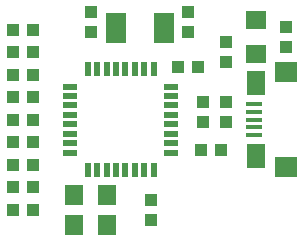
<source format=gtp>
G75*
G70*
%OFA0B0*%
%FSLAX24Y24*%
%IPPOS*%
%LPD*%
%AMOC8*
5,1,8,0,0,1.08239X$1,22.5*
%
%ADD10R,0.0710X0.0630*%
%ADD11R,0.0210X0.0500*%
%ADD12R,0.0500X0.0210*%
%ADD13R,0.0394X0.0433*%
%ADD14R,0.0433X0.0394*%
%ADD15R,0.0630X0.0710*%
%ADD16R,0.0700X0.1000*%
%ADD17R,0.0551X0.0138*%
%ADD18R,0.0748X0.0709*%
%ADD19R,0.0630X0.0827*%
D10*
X013300Y006543D03*
X013300Y007663D03*
D11*
X009903Y006043D03*
X009588Y006043D03*
X009273Y006043D03*
X008958Y006043D03*
X008643Y006043D03*
X008328Y006043D03*
X008013Y006043D03*
X007698Y006043D03*
X007698Y002663D03*
X008013Y002663D03*
X008328Y002663D03*
X008643Y002663D03*
X008958Y002663D03*
X009273Y002663D03*
X009588Y002663D03*
X009903Y002663D03*
D12*
X010490Y003250D03*
X010490Y003565D03*
X010490Y003880D03*
X010490Y004195D03*
X010490Y004510D03*
X010490Y004825D03*
X010490Y005140D03*
X010490Y005455D03*
X007110Y005455D03*
X007110Y005140D03*
X007110Y004825D03*
X007110Y004510D03*
X007110Y004195D03*
X007110Y003880D03*
X007110Y003565D03*
X007110Y003250D03*
D13*
X005216Y001353D03*
X005885Y001353D03*
X005885Y002103D03*
X005216Y002103D03*
X005216Y002853D03*
X005885Y002853D03*
X005885Y003603D03*
X005216Y003603D03*
X005216Y004353D03*
X005885Y004353D03*
X005885Y005103D03*
X005216Y005103D03*
X005216Y005853D03*
X005885Y005853D03*
X005885Y006603D03*
X005216Y006603D03*
X005216Y007353D03*
X005885Y007353D03*
X007800Y007268D03*
X007800Y007937D03*
X011050Y007937D03*
X011050Y007268D03*
X012300Y006937D03*
X012300Y006268D03*
D14*
X011385Y006103D03*
X010716Y006103D03*
X011550Y004937D03*
X012300Y004937D03*
X012300Y004268D03*
X011550Y004268D03*
X011466Y003353D03*
X012135Y003353D03*
X009800Y001687D03*
X009800Y001018D03*
X014300Y006768D03*
X014300Y007437D03*
D15*
X008360Y001853D03*
X007240Y001853D03*
X007240Y000853D03*
X008360Y000853D03*
D16*
X008650Y007403D03*
X010250Y007403D03*
D17*
X013257Y004865D03*
X013257Y004609D03*
X013257Y004353D03*
X013257Y004097D03*
X013257Y003841D03*
D18*
X014300Y002778D03*
X014300Y005928D03*
D19*
X013296Y005573D03*
X013296Y003132D03*
M02*

</source>
